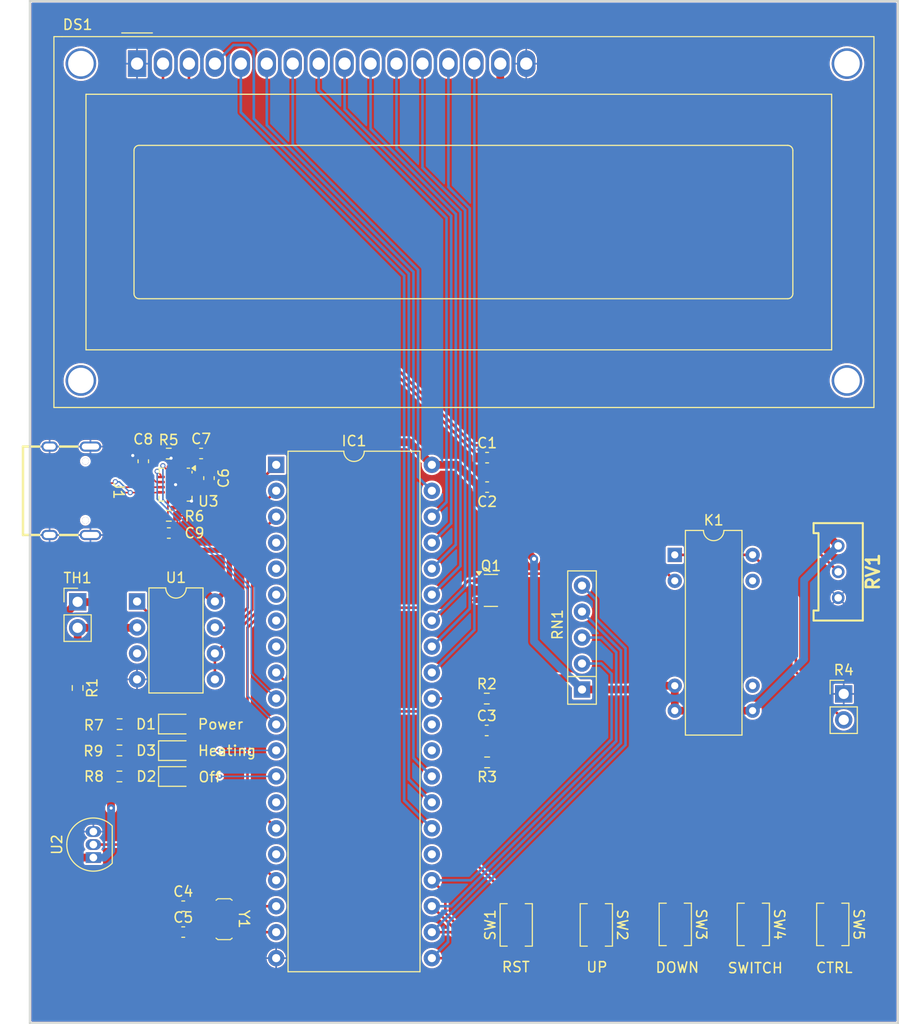
<source format=kicad_pcb>
(kicad_pcb (version 20240108) (generator "pcbnew") (generator_version "8.0")
  (layers (0 "F.Cu" signal) (31 "B.Cu" signal) (34 "B.Paste" user) (35 "F.Paste" user) (36 "B.SilkS" user "B.Silkscreen") (37 "F.SilkS" user "F.Silkscreen") (38 "B.Mask" user) (39 "F.Mask" user) (44 "Edge.Cuts" user))
  (net 0 "")
  (net 1 "VCC")
  (net 2 "GND")
  (net 3 "Net-(IC1-RST)")
  (net 4 "Net-(IC1-XTAL2)")
  (net 5 "Net-(IC1-XTAL1)")
  (net 6 "Net-(DS1-VDD)")
  (net 7 "/LCD_D7")
  (net 8 "/LCD_WR")
  (net 9 "/LCD_D2")
  (net 10 "/LCD_EN")
  (net 11 "/LCD_D4")
  (net 12 "/LCD_RS")
  (net 13 "Net-(DS1-VO)")
  (net 14 "/LCD_D5")
  (net 15 "/LCD_D1")
  (net 16 "/LCD_D6")
  (net 17 "/LCD_D0")
  (net 18 "/LCD_D3")
  (net 19 "/P1.1")
  (net 21 "/P3.5")
  (net 22 "/P1.0")
  (net 23 "Net-(IC1-~{EA})")
  (net 24 "Net-(U3-V3)")
  (net 25 "/UART1_RX")
  (net 26 "/P2.1")
  (net 29 "/P2.3")
  (net 30 "/P3.7")
  (net 31 "/P2.2")
  (net 34 "/P2.0")
  (net 36 "/P1.2")
  (net 41 "Net-(K1-Pad1)")
  (net 42 "Net-(Q1-C)")
  (net 43 "/UART1_TX")
  (net 44 "Net-(U3-UD-)")
  (net 45 "Net-(U3-UD+)")
  (net 47 "Net-(J1-CC2)")
  (net 49 "Net-(J1-CC1)")
  (net 50 "Net-(U1-ANALOG0)")
  (net 59 "Net-(D1-K)")
  (net 60 "Net-(D2-K)")
  (net 61 "Net-(D3-K)")
  (net 62 "/LED_DOWN")
  (net 63 "/LED_UP")
  (footprint "ErBW_s:BUTTON_3x4" (layer "F.Cu") (at 170.65 135.37 -90)
    (property "Reference" "SW3")
    (property "Value" "down")
  )
  (footprint "Resistor_SMD:R_0603_1608Metric" (layer "F.Cu") (at 121.0625 89.31)
    (property "Reference" "R5")
    (property "Value" "4.7K")
  )
  (footprint "ErBW_s:BUTTON_3x4" (layer "F.Cu") (at 178.29 135.37 -90)
    (property "Reference" "SW4")
    (property "Value" "switch")
  )
  (footprint "ErBW_s:Crystal_SMD_3215_FC-135_2P" (layer "F.Cu") (at 126.48 134.86 -90)
    (property "Reference" "Y1")
    (property "Value" "11.0592MHz")
  )
  (footprint "Resistor_SMD:R_0603_1608Metric" (layer "F.Cu") (at 152.23 119.52 180)
    (property "Reference" "R3")
    (property "Value" "10K")
  )
  (footprint "LED_SMD:LED_0805_2012Metric" (layer "F.Cu") (at 121.75 120.9)
    (property "Reference" "D2")
    (property "Value" "GREEN")
  )
  (footprint "Capacitor_SMD:C_0603_1608Metric" (layer "F.Cu") (at 121.07 97.0825 180)
    (property "Reference" "C9")
    (property "Value" "100nF")
  )
  (footprint "Resistor_SMD:R_0603_1608Metric" (layer "F.Cu") (at 121.0675 95.4)
    (property "Reference" "R6")
    (property "Value" "4.7K")
  )
  (footprint "ErBW_s:3296W" (layer "F.Cu") (at 186.6 100.88 -90)
    (property "Reference" "RV1")
    (property "Value" "5k" (hide yes))
  )
  (footprint "Package_TO_SOT_THT:TO-92_Inline" (layer "F.Cu") (at 113.68 128.83 90)
    (property "Reference" "U2")
    (property "Value" "DS18B20")
  )
  (footprint "LED_SMD:LED_0805_2012Metric" (layer "F.Cu") (at 121.75 118.37)
    (property "Reference" "D3")
    (property "Value" "RED")
  )
  (footprint "Resistor_SMD:R_0603_1608Metric" (layer "F.Cu") (at 116.252 115.778)
    (property "Reference" "R7")
    (property "Value" "10K")
  )
  (footprint "Package_DIP:DIP-40_W15.24mm" (layer "F.Cu") (at 131.58 90.41)
    (property "Reference" "IC1")
    (property "Value" "STC89C52rc")
  )
  (footprint "Connector_PinHeader_2.54mm:PinHeader_1x02_P2.54mm_Vertical" (layer "F.Cu") (at 112.14 103.815)
    (property "Reference" "TH1")
    (property "Value" "NTC")
  )
  (footprint "Capacitor_SMD:C_0603_1608Metric" (layer "F.Cu") (at 152.23 89.71)
    (property "Reference" "C1")
    (property "Value" "100nF")
  )
  (footprint "Capacitor_SMD:C_0603_1608Metric" (layer "F.Cu") (at 122.48 133.59)
    (property "Reference" "C4")
    (property "Value" "33pF")
  )
  (footprint "Capacitor_SMD:C_0603_1608Metric" (layer "F.Cu") (at 125 91.7125 -90)
    (property "Reference" "C6")
    (property "Value" "100nF")
  )
  (footprint "LED_SMD:LED_0805_2012Metric" (layer "F.Cu") (at 121.75 115.77)
    (property "Reference" "D1")
    (property "Value" "RED")
  )
  (footprint "Capacitor_SMD:C_0603_1608Metric" (layer "F.Cu") (at 122.48 136.12)
    (property "Reference" "C5")
    (property "Value" "33pF")
  )
  (footprint "Capacitor_SMD:C_0603_1608Metric" (layer "F.Cu") (at 124.23 89.3025)
    (property "Reference" "C7")
    (property "Value" "100nF")
  )
  (footprint "ErBW_s:BUTTON_3x4" (layer "F.Cu") (at 186.07 135.37 -90)
    (property "Reference" "SW5")
    (property "Value" "ctrl")
  )
  (footprint "Resistor_SMD:R_0603_1608Metric" (layer "F.Cu") (at 112.14 112.24 -90)
    (property "Reference" "R1")
    (property "Value" "4.7k")
  )
  (footprint "ErBW_s:BUTTON_3x4" (layer "F.Cu") (at 162.92 135.42 -90)
    (property "Reference" "SW2")
    (property "Value" "up")
  )
  (footprint "Capacitor_SMD:C_0603_1608Metric" (layer "F.Cu") (at 118.57 90.0625 90)
    (property "Reference" "C8")
    (property "Value" "100nF")
  )
  (footprint "Resistor_SMD:R_0603_1608Metric" (layer "F.Cu") (at 152.2 113.28)
    (property "Reference" "R2")
    (property "Value" "4.7k")
  )
  (footprint "Package_DFN_QFN:QFN-16-1EP_3x3mm_P0.5mm_EP1.7x1.7mm" (layer "F.Cu") (at 121.73 92.35 -90)
    (property "Reference" "U3")
    (property "Value" "CH343P")
  )
  (footprint "Resistor_SMD:R_0603_1608Metric" (layer "F.Cu") (at 116.232 118.358)
    (property "Reference" "R9")
    (property "Value" "10K")
  )
  (footprint "Package_DIP:DIP-8_W7.62mm" (layer "F.Cu") (at 117.96 103.78)
    (property "Reference" "U1")
    (property "Value" "ADC0832")
  )
  (footprint "ErBW_s:BUTTON_3x4" (layer "F.Cu") (at 155.08 135.42 90)
    (property "Reference" "SW1")
    (property "Value" "3x4")
  )
  (footprint "Resistor_SMD:R_0603_1608Metric" (layer "F.Cu") (at 116.232 120.896)
    (property "Reference" "R8")
    (property "Value" "10K")
  )
  (footprint "Capacitor_SMD:C_0603_1608Metric" (layer "F.Cu") (at 152.23 92.59 180)
    (property "Reference" "C2")
    (property "Value" "100nF")
  )
  (footprint "Resistor_THT:R_Array_SIP5" (layer "F.Cu") (at 161.52 112.390001 90)
    (property "Reference" "RN1")
    (property "Value" "R_Network04")
  )
  (footprint "Package_TO_SOT_SMD:SOT-23" (layer "F.Cu") (at 152.6 102.7)
    (property "Reference" "Q1")
    (property "Value" "S8050")
  )
  (footprint "Relay_THT:Relay_StandexMeder_DIP_LowProfile" (layer "F.Cu") (at 170.6 99.22)
    (property "Reference" "K1")
    (property "Value" "relay")
  )
  (footprint "Capacitor_SMD:C_0603_1608Metric" (layer "F.Cu") (at 152.19 116.4)
    (property "Reference" "C3")
    (property "Value" "100nF")
  )
  (footprint "ErBW_s:USB-Type-C_SMD_16P" (layer "F.Cu") (at 111.9175 92.95 -90)
    (property "Reference" "J1")
    (property "Value" "USB-Type-C")
  )
  (footprint "Connector_PinHeader_2.54mm:PinHeader_1x02_P2.54mm_Vertical" (layer "F.Cu") (at 187.14 112.82)
    (property "Reference" "R4")
    (property "Value" "Heater")
  )
  (footprint "Display:WC1602A" (layer "F.Cu") (at 117.96 51.1625)
    (property "Reference" "DS1")
    (property "Value" "WC1602A")
  )
  (gr_rect (start 107.46 45.04) (end 192.46 145.04) (stroke (width 0.2)) (fill none) (layer "Edge.Cuts"))
  (gr_text "Heating" (at 123.832 118.968 0) (layer "F.SilkS") (effects (font (size 1 1)) (justify left bottom)))
  (gr_text "RST" (at 155.04 139.54 0) (layer "F.SilkS") (effects (font (size 1 1))))
  (gr_text "UP" (at 161.86 140.14 0) (layer "F.SilkS") (effects (font (size 1 1)) (justify left bottom)))
  (gr_text "DOWN" (at 168.63 140.17 0) (layer "F.SilkS") (effects (font (size 1 1)) (justify left bottom)))
  (gr_text "SWITCH" (at 175.69 140.23 0) (layer "F.SilkS") (effects (font (size 1 1)) (justify left bottom)))
  (gr_text "CTRL" (at 184.33 140.2 0) (layer "F.SilkS") (effects (font (size 1 1)) (justify left bottom)))
  (gr_text "Off" (at 123.88 121.54 0) (layer "F.SilkS") (effects (font (size 1 1)) (justify left bottom)))
  (gr_text "Power" (at 123.822 116.378 0) (layer "F.SilkS") (effects (font (size 1 1)) (justify left bottom)))
  (segment (start 112.165 103.84) (end 114.35 103.84) (width 0.762) (layer "F.Cu") (net 1))
  (segment (start 127 99.29) (end 127 102.36) (width 0.508) (layer "F.Cu") (net 1))
  (segment (start 149.275 90.41) (end 151.445 92.58) (width 0.762) (layer "F.Cu") (net 1))
  (segment (start 122.48 90.8875) (end 122.7913 91.1988) (width 0.1524) (layer "F.Cu") (net 1))
  (segment (start 109.69 106.265) (end 109.69 127.48) (width 0.762) (layer "F.Cu") (net 1))
  (segment (start 151.445 94.235) (end 156.82 99.61) (width 0.762) (layer "F.Cu") (net 1))
  (segment (start 115.407 123.977) (end 115.42 123.99) (width 0.762) (layer "F.Cu") (net 1))
  (segment (start 146.82 90.41) (end 149.275 90.41) (width 0.762) (layer "F.Cu") (net 1))
  (segment (start 121.9825 98.77) (end 126.48 98.77) (width 0.508) (layer "F.Cu") (net 1))
  (segment (start 154.016 118.559) (end 153.055 119.52) (width 0.762) (layer "F.Cu") (net 1))
  (segment (start 131.028 88.2) (end 128.2905 90.9375) (width 0.762) (layer "F.Cu") (net 1))
  (segment (start 123.455 89.3025) (end 123.455 89.3925) (width 0.762) (layer "F.Cu") (net 1))
  (segment (start 146.82 90.41) (end 144.61 88.2) (width 0.762) (layer "F.Cu") (net 1))
  (segment (start 122.5335 88.381) (end 117.456698 88.381) (width 0.508) (layer "F.Cu") (net 1))
  (segment (start 124.7387 91.1988) (end 125 90.9375) (width 0.1524) (layer "F.Cu") (net 1))
  (segment (start 121.756201 90.1988) (end 122.2088 90.1988) (width 0.1524) (layer "F.Cu") (net 1))
  (segment (start 123.41 101.64) (end 125.58 103.81) (width 0.762) (layer "F.Cu") (net 1))
  (segment (start 121.48 90.8875) (end 121.48 90.475001) (width 0.1524) (layer "F.Cu") (net 1))
  (segment (start 113.633302 95.396) (end 114.4375 95.396) (width 0.508) (layer "F.Cu") (net 1))
  (segment (start 122.2088 90.1988) (end 122.48 90.47) (width 0.1524) (layer "F.Cu") (net 1))
  (segment (start 128.2905 90.9375) (end 125 90.9375) (width 0.762) (layer "F.Cu") (net 1))
  (segment (start 153.025 113.28) (end 153.025 112.655) (width 0.762) (layer "F.Cu") (net 1))
  (segment (start 112.8811 94.643798) (end 113.633302 95.396) (width 0.508) (layer "F.Cu") (net 1))
  (segment (start 113.555172 90.504) (end 112.8811 91.178072) (width 0.508) (layer "F.Cu") (net 1))
  (segment (start 166.289999 112.390001) (end 166.66 112.02) (width 0.762) (layer "F.Cu") (net 1))
  (segment (start 109.69 127.48) (end 111.04 128.83) (width 0.762) (layer "F.Cu") (net 1))
  (segment (start 122.7913 91.1988) (end 124.7387 91.1988) (width 0.1524) (layer "F.Cu") (net 1))
  (segment (start 170.6 114.46) (end 178.22 114.46) (width 0.762) (layer "F.Cu") (net 1))
  (segment (start 170.6 112.02) (end 170.6 114.46) (width 0.762) (layer "F.Cu") (net 1))
  (segment (start 120.98 93.8125) (end 120.98 96.3975) (width 0.1524) (layer "F.Cu") (net 1))
  (segment (start 123.455 89.3025) (end 122.5335 88.381) (width 0.508) (layer "F.Cu") (net 1))
  (segment (start 115.333698 90.504) (end 113.555172 90.504) (width 0.508) (layer "F.Cu") (net 1))
  (segment (start 115.427 120.876) (end 115.407 120.896) (width 0.762) (layer "F.Cu") (net 1))
  (segment (start 161.52 112.390001) (end 166.289999 112.390001) (width 0.762) (layer "F.Cu") (net 1))
  (segment (start 166.66 112.02) (end 170.6 112.02) (width 0.762) (layer "F.Cu") (net 1))
  (segment (start 112.8811 91.178072) (end 112.8811 94.643798) (width 0.508) (layer "F.Cu") (net 1))
  (segment (start 122.48 90.47) (end 122.48 90.8875) (width 0.1524) (layer "F.Cu") (net 1))
  (segment (start 117.456698 88.381) (end 115.333698 90.504) (width 0.508) (layer "F.Cu") (net 1))
  (segment (start 151.445 92.58) (end 151.445 94.235) (width 0.762) (layer "F.Cu") (net 1))
  (segment (start 153.025 113.28) (end 154.016 114.271) (width 0.762) (layer "F.Cu") (net 1))
  (segment (start 123.46 89.3075) (end 123.455 89.3025) (width 0.1524) (layer "F.Cu") (net 1))
  (segment (start 126.48 98.77) (end 127 99.29) (width 0.508) (layer "F.Cu") (net 1))
  (segment (start 120.295 97.0825) (end 118.5165 95.304) (width 0.508) (layer "F.Cu") (net 1))
  (segment (start 153.025 112.655) (end 154.39 111.29) (width 0.762) (layer "F.Cu") (net 1))
  (segment (start 153.52 65.26) (end 186.6 98.34) (width 0.762) (layer "F.Cu") (net 1))
  (segment (start 160.419999 111.29) (end 161.52 112.390001) (width 0.762) (layer "F.Cu") (net 1))
  (segment (start 118.5165 95.304) (end 114.5415 95.304) (width 0.508) (layer "F.Cu") (net 1))
  (segment (start 112.14 103.815) (end 109.69 106.265) (width 0.762) (layer "F.Cu") (net 1))
  (segment (start 115.427 115.778) (end 115.427 120.876) (width 0.762) (layer "F.Cu") (net 1))
  (segment (start 120.98 96.3975) (end 120.295 97.0825) (width 0.1524) (layer "F.Cu") (net 1))
  (segment (start 120.295 97.0825) (end 121.9825 98.77) (width 0.508) (layer "F.Cu") (net 1))
  (segment (start 123.455 89.3925) (end 125 90.9375) (width 0.762) (layer "F.Cu") (net 1))
  (segment (start 154.39 111.29) (end 160.419999 111.29) (width 0.762) (layer "F.Cu") (net 1))
  (segment (start 116.55 101.64) (end 123.41 101.64) (width 0.762) (layer "F.Cu") (net 1))
  (segment (start 153.52 51.1625) (end 153.52 65.26) (width 0.762) (layer "F.Cu") (net 1))
  (segment (start 154.016 114.271) (end 154.016 118.559) (width 0.762) (layer "F.Cu") (net 1))
  (segment (start 127 102.36) (end 125.58 103.78) (width 0.508) (layer "F.Cu") (net 1))
  (segment (start 144.61 88.2) (end 131.028 88.2) (width 0.762) (layer "F.Cu") (net 1))
  (segment (start 111.04 128.83) (end 113.68 128.83) (width 0.762) (layer "F.Cu") (net 1))
  (segment (start 114.35 103.84) (end 116.55 101.64) (width 0.762) (layer "F.Cu") (net 1))
  (segment (start 121.48 90.475001) (end 121.756201 90.1988) (width 0.1524) (layer "F.Cu") (net 1))
  (segment (start 115.407 120.896) (end 115.407 123.977) (width 0.762) (layer "F.Cu") (net 1))
  (via (at 115.42 123.99) (size 0.508) (drill 0.3048) (layers "F.Cu" "B.Cu") (net 1))
  (via (at 156.82 99.61) (size 0.8) (drill 0.4) (layers "F.Cu" "B.Cu") (net 1))
  (segment (start 156.82 99.61) (end 156.82 107.690001) (width 0.762) (layer "B.Cu") (net 1))
  (segment (start 115.42 128.14) (end 114.73 128.83) (width 0.762) (layer "B.Cu") (net 1))
  (segment (start 178.22 114.46) (end 183.26 109.42) (width 0.762) (layer "B.Cu") (net 1))
  (segment (start 115.42 123.99) (end 115.42 128.14) (width 0.762) (layer "B.Cu") (net 1))
  (segment (start 156.82 107.690001) (end 161.52 112.390001) (width 0.762) (layer "B.Cu") (net 1))
  (segment (start 183.26 101.68) (end 186.6 98.34) (width 0.762) (layer "B.Cu") (net 1))
  (segment (start 114.73 128.83) (end 113.68 128.83) (width 0.762) (layer "B.Cu") (net 1))
  (segment (start 183.26 109.42) (end 183.26 101.68) (width 0.762) (layer "B.Cu") (net 1))
  (via (at 123.29 93.96) (size 0.508) (drill 0.3048) (layers "F.Cu" "B.Cu") (net 2))
  (via (at 117.54 89.5) (size 0.508) (drill 0.3048) (layers "F.Cu" "B.Cu") (net 2))
  (via (at 121.73 92.35) (size 0.508) (drill 0.3048) (layers "F.Cu" "B.Cu") (net 2))
  (via (at 121.29 89.76) (size 0.508) (drill 0.3048) (layers "F.Cu" "B.Cu") (net 2))
  (segment (start 151.435 119.49) (end 151.405 119.52) (width 0.254) (layer "F.Cu") (net 3))
  (segment (start 151.405 119.52) (end 151.405 129.71) (width 0.254) (layer "F.Cu") (net 3))
  (segment (start 131.58 110.73) (end 135.38 114.53) (width 0.254) (layer "F.Cu") (net 3))
  (segment (start 135.38 114.53) (end 149.565 114.53) (width 0.254) (layer "F.Cu") (net 3))
  (segment (start 151.435 116.4) (end 151.435 119.49) (width 0.254) (layer "F.Cu") (net 3))
  (segment (start 151.405 129.71) (end 155.08 133.385) (width 0.254) (layer "F.Cu") (net 3))
  (segment (start 149.565 114.53) (end 151.435 116.4) (width 0.254) (layer "F.Cu") (net 3))
  (segment (start 123.255 133.610001) (end 126.48 133.610001) (width 0.254) (layer "F.Cu") (net 4))
  (segment (start 126.500001 133.59) (end 126.48 133.610001) (width 0.254) (layer "F.Cu") (net 4))
  (segment (start 131.58 133.59) (end 126.500001 133.59) (width 0.254) (layer "F.Cu") (net 4))
  (segment (start 126.500001 136.13) (end 126.48 136.109999) (width 0.254) (layer "F.Cu") (net 5))
  (segment (start 123.255002 136.109999) (end 123.255 136.110001) (width 0.254) (layer "F.Cu") (net 5))
  (segment (start 131.58 136.13) (end 126.500001 136.13) (width 0.254) (layer "F.Cu") (net 5))
  (segment (start 126.48 136.109999) (end 123.255002 136.109999) (width 0.254) (layer "F.Cu") (net 5))
  (segment (start 120.5 51.1625) (end 120.5 58.735) (width 0.254) (layer "F.Cu") (net 6))
  (segment (start 120.5 58.735) (end 151.445 89.68) (width 0.254) (layer "F.Cu") (net 6))
  (segment (start 150.98 106.57) (end 146.82 110.73) (width 0.254) (layer "B.Cu") (net 7))
  (segment (start 150.98 51.1625) (end 150.98 106.57) (width 0.254) (layer "B.Cu") (net 7))
  (segment (start 128.12 55.92) (end 144.108 71.908) (width 0.254) (layer "B.Cu") (net 8))
  (segment (start 128.12 51.1625) (end 128.12 55.92) (width 0.254) (layer "B.Cu") (net 8))
  (segment (start 144.108 71.908) (end 144.108 123.258) (width 0.254) (layer "B.Cu") (net 8))
  (segment (start 144.108 123.258) (end 146.82 125.97) (width 0.254) (layer "B.Cu") (net 8))
  (segment (start 138.28 51.1625) (end 138.28 55.642052) (width 0.254) (layer "B.Cu") (net 9))
  (segment (start 148.71 96.14) (end 146.82 98.03) (width 0.254) (layer "B.Cu") (net 9))
  (segment (start 148.71 66.072052) (end 148.71 96.14) (width 0.254) (layer "B.Cu") (net 9))
  (segment (start 138.28 55.642052) (end 148.71 66.072052) (width 0.254) (layer "B.Cu") (net 9))
  (segment (start 130.66 57.175896) (end 144.750052 71.265948) (width 0.254) (layer "B.Cu") (net 10))
  (segment (start 145.016 71.531895) (end 145.016 119.086) (width 0.254) (layer "B.Cu") (net 10))
  (segment (start 144.750053 71.265948) (end 145.016 71.531895) (width 0.254) (layer "B.Cu") (net 10))
  (segment (start 144.750052 71.265948) (end 144.750053 71.265948) (width 0.254) (layer "B.Cu") (net 10))
  (segment (start 145.016 119.086) (end 146.82 120.89) (width 0.254) (layer "B.Cu") (net 10))
  (segment (start 130.66 51.1625) (end 130.66 57.175896) (width 0.254) (layer "B.Cu") (net 10))
  (segment (start 143.36 51.1625) (end 143.36 59.437948) (width 0.254) (layer "B.Cu") (net 11))
  (segment (start 149.618 100.312) (end 146.82 103.11) (width 0.254) (layer "B.Cu") (net 11))
  (segment (start 149.618 65.695948) (end 149.618 100.312) (width 0.254) (layer "B.Cu") (net 11))
  (segment (start 143.36 59.437948) (end 149.618 65.695948) (width 0.254) (layer "B.Cu") (net 11))
  (segment (start 129.39 49.88) (end 129.39 56.547948) (width 0.254) (layer "B.Cu") (net 12))
  (segment (start 125.58 51.1625) (end 127.3925 49.35) (width 0.254) (layer "B.Cu") (net 12))
  (segment (start 144.562 121.172) (end 146.82 123.43) (width 0.254) (layer "B.Cu") (net 12))
  (segment (start 127.3925 49.35) (end 128.86 49.35) (width 0.254) (layer "B.Cu") (net 12))
  (segment (start 144.562 71.719948) (end 144.562 121.172) (width 0.254) (layer "B.Cu") (net 12))
  (segment (start 129.39 56.547948) (end 144.562 71.719948) (width 0.254) (layer "B.Cu") (net 12))
  (segment (start 128.86 49.35) (end 129.39 49.88) (width 0.254) (layer "B.Cu") (net 12))
  (segment (start 174.22 88.5) (end 150.907052 88.5) (width 0.254) (layer "F.Cu") (net 13))
  (segment (start 123.04 60.632948) (end 123.04 51.1625) (width 0.254) (layer "F.Cu") (net 13))
  (segment (start 150.907052 88.5) (end 123.04 60.632948) (width 0.254) (layer "F.Cu") (net 13))
  (segment (start 186.6 100.88) (end 174.22 88.5) (width 0.254) (layer "F.Cu") (net 13))
  (segment (start 150.072 65.507895) (end 149.806053 65.241948) (width 0.254) (layer "B.Cu") (net 14))
  (segment (start 145.9 61.335896) (end 145.9 51.1625) (width 0.254) (layer "B.Cu") (net 14))
  (segment (start 149.806053 65.241948) (end 149.806052 65.241948) (width 0.254) (layer "B.Cu") (net 14))
  (segment (start 146.82 105.65) (end 150.072 102.398) (width 0.254) (layer "B.Cu") (net 14))
  (segment (start 150.072 102.398) (end 150.072 65.507895) (width 0.254) (layer "B.Cu") (net 14))
  (segment (start 149.806052 65.241948) (end 145.9 61.335896) (width 0.254) (layer "B.Cu") (net 14))
  (segment (start 135.74 53.744104) (end 148.256 66.260104) (width 0.254) (layer "B.Cu") (net 15))
  (segment (start 135.74 51.1625) (end 135.74 53.744104) (width 0.254) (layer "B.Cu") (net 15))
  (segment (start 148.256 66.260104) (end 148.256 94.054) (width 0.254) (layer "B.Cu") (net 15))
  (segment (start 148.256 94.054) (end 146.82 95.49) (width 0.254) (layer "B.Cu") (net 15))
  (segment (start 150.526 65.319844) (end 150.526 104.484) (width 0.254) (layer "B.Cu") (net 16))
  (segment (start 148.44 51.1625) (end 148.44 63.233844) (width 0.254) (layer "B.Cu") (net 16))
  (segment (start 150.526 104.484) (end 146.82 108.19) (width 0.254) (layer "B.Cu") (net 16))
  (segment (start 148.44 63.233844) (end 150.526 65.319844) (width 0.254) (layer "B.Cu") (net 16))
  (segment (start 145.47 71.343844) (end 145.47 91.6) (width 0.254) (layer "B.Cu") (net 17))
  (segment (start 145.47 91.6) (end 146.82 92.95) (width 0.254) (layer "B.Cu") (net 17))
  (segment (start 133.2 59.073844) (end 145.47 71.343844) (width 0.254) (layer "B.Cu") (net 17))
  (segment (start 133.2 51.1625) (end 133.2 59.073844) (width 0.254) (layer "B.Cu") (net 17))
  (segment (start 140.82 57.54) (end 140.82 51.1625) (width 0.254) (layer "B.Cu") (net 18))
  (segment (start 149.164 98.226) (end 149.164 65.884) (width 0.254) (layer "B.Cu") (net 18))
  (segment (start 146.82 100.57) (end 149.164 98.226) (width 0.254) (layer "B.Cu") (net 18))
  (segment (start 149.164 65.884) (end 140.82 57.54) (width 0.254) (layer "B.Cu") (net 18))
  (segment (start 129.246 95.284) (end 129.246 104.581948) (width 0.254) (layer "F.Cu") (net 19))
  (segment (start 129.246 104.581948) (end 127.477948 106.35) (width 0.254) (layer "F.Cu") (net 19))
  (segment (start 131.58 92.95) (end 129.246 95.284) (width 0.254) (layer "F.Cu") (net 19))
  (segment (start 127.477948 106.35) (end 125.58 106.35) (width 0.254) (layer "F.Cu") (net 19))
  (segment (start 128.77 123.16) (end 131.58 125.97) (width 0.254) (layer "F.Cu") (net 21))
  (segment (start 150.39 101.75) (end 147.75 104.39) (width 0.254) (layer "F.Cu") (net 21))
  (segment (start 147.75 104.39) (end 130.722052 104.39) (width 0.254) (layer "F.Cu") (net 21))
  (segment (start 128.77 106.342052) (end 128.77 123.16) (width 0.254) (layer "F.Cu") (net 21))
  (segment (start 151.6625 101.75) (end 150.39 101.75) (width 0.254) (layer "F.Cu") (net 21))
  (segment (start 130.722052 104.39) (end 128.77 106.342052) (width 0.254) (layer "F.Cu") (net 21))
  (segment (start 128.105896 105.08) (end 119.23 105.08) (width 0.254) (layer "F.Cu") (net 22))
  (segment (start 128.792 93.198) (end 128.792 104.393896) (width 0.254) (layer "F.Cu") (net 22))
  (segment (start 119.23 105.08) (end 117.96 103.81) (width 0.254) (layer "F.Cu") (net 22))
  (segment (start 131.58 90.41) (end 128.792 93.198) (width 0.254) (layer "F.Cu") (net 22))
  (segment (start 128.792 104.393896) (end 128.105896 105.08) (width 0.254) (layer "F.Cu") (net 22))
  (segment (start 146.82 113.27) (end 151.365 113.27) (width 0.254) (layer "F.Cu") (net 23))
  (segment (start 151.365 113.27) (end 151.375 113.28) (width 0.254) (layer "F.Cu") (net 23))
  (segment (start 119.8325 92.1) (end 120.2675 92.1) (width 0.1524) (layer "F.Cu") (net 24))
  (segment (start 118.57 90.8375) (end 119.8325 92.1) (width 0.1524) (layer "F.Cu") (net 24))
  (segment (start 120.8775 90.8875) (end 120.98 90.8875) (width 0.1524) (layer "F.Cu") (net 25))
  (segment (start 120.49 90.5) (end 120.8775 90.8875) (width 0.1524) (layer "F.Cu") (net 25))
  (via (at 120.49 90.5) (size 0.508) (drill 0.3048) (layers "F.Cu" "B.Cu") (net 25))
  (segment (start 128.933568 102.2552) (end 128.933569 102.2552) (width 0.1524) (layer "B.Cu") (net 25))
  (segment (start 128.933569 102.2552) (end 129.14 102.461631) (width 0.1524) (layer "B.Cu") (net 25))
  (segment (start 120.49 93.811632) (end 128.933568 102.2552) (width 0.1524) (layer "B.Cu") (net 25))
  (segment (start 129.14 102.461631) (end 129.14 110.83) (width 0.1524) (layer "B.Cu") (net 25))
  (segment (start 129.14 110.83) (end 131.58 113.27) (width 0.1524) (layer "B.Cu") (net 25))
  (segment (start 120.49 90.5) (end 120.49 93.811632) (width 0.1524) (layer "B.Cu") (net 25))
  (segment (start 152.54 139.952053) (end 152.805947 140.218) (width 0.254) (layer "F.Cu") (net 26))
  (segment (start 171.407 140.218) (end 178.29 133.335) (width 0.254) (layer "F.Cu") (net 26))
  (segment (start 152.805947 140.218) (end 171.407 140.218) (width 0.254) (layer "F.Cu") (net 26))
  (segment (start 146.82 136.13) (end 148.717948 136.13) (width 0.254) (layer "F.Cu") (net 26))
  (segment (start 152.54 139.952052) (end 152.54 139.952053) (width 0.254) (layer "F.Cu") (net 26))
  (segment (start 148.717948 136.13) (end 152.54 139.952052) (width 0.254) (layer "F.Cu") (net 26))
  (segment (start 161.52 104.770001) (end 165.324 108.574001) (width 0.254) (layer "B.Cu") (net 26))
  (segment (start 165.324 108.574001) (end 165.324 117.626) (width 0.254) (layer "B.Cu") (net 26))
  (segment (start 165.324 117.626) (end 146.82 136.13) (width 0.254) (layer "B.Cu") (net 26))
  (segment (start 153.182052 139.31) (end 156.995 139.31) (width 0.254) (layer "F.Cu") (net 29))
  (segment (start 148.14 132.37) (end 148.14 134.267948) (width 0.254) (layer "F.Cu") (net 29))
  (segment (start 148.14 134.267948) (end 153.182052 139.31) (width 0.254) (layer "F.Cu") (net 29))
  (segment (start 156.995 139.31) (end 162.92 133.385) (width 0.254) (layer "F.Cu") (net 29))
  (segment (start 146.82 131.05) (end 148.14 132.37) (width 0.254) (layer "F.Cu") (net 29))
  (segment (start 150.615896 131.05) (end 146.82 131.05) (width 0.254) (layer "B.Cu") (net 29))
  (segment (start 164.416 110.866) (end 164.416 117.249896) (width 0.254) (layer "B.Cu") (net 29))
  (segment (start 163.400001 109.850001) (end 164.416 110.866) (width 0.254) (layer "B.Cu") (net 29))
  (segment (start 161.52 109.850001) (end 163.400001 109.850001) (width 0.254) (layer "B.Cu") (net 29))
  (segment (start 164.416 117.249896) (end 150.615896 131.05) (width 0.254) (layer "B.Cu") (net 29))
  (segment (start 128.089999 127.559999) (end 113.68 127.559999) (width 0.254) (layer "F.Cu") (net 30))
  (segment (start 131.58 131.05) (end 128.089999 127.559999) (width 0.254) (layer "F.Cu") (net 30))
  (segment (start 164.221 139.764) (end 170.65 133.335) (width 0.254) (layer "F.Cu") (net 31))
  (segment (start 146.82 133.59) (end 152.994 139.764) (width 0.254) (layer "F.Cu") (net 31))
  (segment (start 152.994 139.764) (end 164.221 139.764) (width 0.254) (layer "F.Cu") (net 31))
  (segment (start 164.87 117.437948) (end 148.717948 133.59) (width 0.254) (layer "B.Cu") (net 31))
  (segment (start 164.87 108.762053) (end 164.87 117.437948) (width 0.254) (layer "B.Cu") (net 31))
  (segment (start 148.717948 133.59) (end 146.82 133.59) (width 0.254) (layer "B.Cu") (net 31))
  (segment (start 163.417949 107.310002) (end 164.87 108.762053) (width 0.254) (layer "B.Cu") (net 31))
  (segment (start 161.52 107.310002) (end 163.417949 107.310002) (width 0.254) (layer "B.Cu") (net 31))
  (segment (start 152.612 140.672) (end 178.733 140.672) (width 0.254) (layer "F.Cu") (net 34))
  (segment (start 178.733 140.672) (end 186.07 133.335) (width 0.254) (layer "F.Cu") (net 34))
  (segment (start 150.61 138.67) (end 152.612 140.672) (width 0.254) (layer "F.Cu") (net 34))
  (segment (start 146.82 138.67) (end 150.61 138.67) (width 0.254) (layer "F.Cu") (net 34))
  (segment (start 162.91 105.5) (end 165.778 108.368) (width 0.254) (layer "B.Cu") (net 34))
  (segment (start 165.778 117.814053) (end 148.401 135.191053) (width 0.254) (layer "B.Cu") (net 34))
  (segment (start 165.778 108.368) (end 165.778 117.814053) (width 0.254) (layer "B.Cu") (net 34))
  (segment (start 148.401 137.089) (end 146.82 138.67) (width 0.254) (layer "B.Cu") (net 34))
  (segment (start 161.52 102.230001) (end 162.91 103.620001) (width 0.254) (layer "B.Cu") (net 34))
  (segment (start 148.401 135.191053) (end 148.401 137.089) (width 0.254) (layer "B.Cu") (net 34))
  (segment (start 162.91 103.620001) (end 162.91 105.5) (width 0.254) (layer "B.Cu") (net 34))
  (segment (start 131.58 95.49) (end 129.7 97.37) (width 0.254) (layer "F.Cu") (net 36))
  (segment (start 129.7 104.77) (end 125.58 108.89) (width 0.254) (layer "F.Cu") (net 36))
  (segment (start 125.58 108.89) (end 125.58 111.43) (width 0.254) (layer "F.Cu") (net 36))
  (segment (start 129.7 97.37) (end 129.7 104.77) (width 0.254) (layer "F.Cu") (net 36))
  (segment (start 170.6 99.22) (end 178.22 99.22) (width 0.254) (layer "F.Cu") (net 41))
  (segment (start 178.22 99.22) (end 182.46 103.46) (width 0.254) (layer "F.Cu") (net 41))
  (segment (start 182.46 103.46) (end 182.46 110.68) (width 0.254) (layer "F.Cu") (net 41))
  (segment (start 182.46 110.68) (end 187.14 115.36) (width 0.254) (layer "F.Cu") (net 41))
  (segment (start 153.5375 102.7) (end 155.1775 101.06) (width 0.254) (layer "F.Cu") (net 42))
  (segment (start 169.9 101.06) (end 170.6 101.76) (width 0.254) (layer "F.Cu") (net 42))
  (segment (start 155.1775 101.06) (end 169.9 101.06) (width 0.254) (layer "F.Cu") (net 42))
  (segment (start 120.2675 91.3875) (end 119.93 91.05) (width 0.1524) (layer "F.Cu") (net 43))
  (segment (start 120.2675 91.6) (end 120.2675 91.3875) (width 0.1524) (layer "F.Cu") (net 43))
  (via (at 119.93 91.05) (size 0.508) (drill 0.3048) (layers "F.Cu" "B.Cu") (net 43))
  (segment (start 119.93 93.75) (end 128.7876 102.6076) (width 0.1524) (layer "B.Cu") (net 43))
  (segment (start 128.7876 102.6076) (end 128.7876 113.0176) (width 0.1524) (layer "B.Cu") (net 43))
  (segment (start 119.93 91.05) (end 119.93 93.75) (width 0.1524) (layer "B.Cu") (net 43))
  (segment (start 128.7876 113.0176) (end 131.58 115.81) (width 0.1524) (layer "B.Cu") (net 43))
  (segment (start 120.2675 93.1) (end 120.2373 93.1302) (width 0.1524) (layer "F.Cu") (net 44))
  (segment (start 115.699815 92.2) (end 115.830015 92.0698) (width 0.1524) (layer "F.Cu") (net 44))
  (segment (start 115.2698 93.1302) (end 115.2 93.2) (width 0.1524) (layer "F.Cu") (net 44))
  (segment (start 120.2373 93.1302) (end 115.2698 93.1302) (width 0.1524) (layer "F.Cu") (net 44))
  (segment (start 114.4375 92.2) (end 115.699815 92.2) (width 0.1524) (layer "F.Cu") (net 44))
  (segment (start 115.2 93.2) (end 114.4375 93.2) (width 0.1524) (layer "F.Cu") (net 44))
  (via (at 117.29 93.1302) (size 0.508) (drill 0.3048) (layers "F.Cu" "B.Cu") (net 44))
  (via (at 115.830015 92.0698) (size 0.508) (drill 0.3048) (layers "F.Cu" "B.Cu") (net 44))
  (segment (start 115.830015 92.0698) (end 116.2296 92.0698) (width 0.1524) (layer "B.Cu") (net 44))
  (segment (start 116.2296 92.0698) (end 117.29 93.1302) (width 0.1524) (layer "B.Cu") (net 44))
  (segment (start 114.4375 92.7) (end 115.187499 92.7) (width 0.1524) (layer "F.Cu") (net 45))
  (segment (start 113.4113 92.97745) (end 113.68875 92.7) (width 0.1524) (layer "F.Cu") (net 45))
  (segment (start 113.4113 93.423799) (end 113.4113 92.97745) (width 0.1524) (layer "F.Cu") (net 45))
  (segment (start 113.68875 92.7) (end 114.4375 92.7) (width 0.1524) (layer "F.Cu") (net 45))
  (segment (start 114.4375 93.7) (end 113.687501 93.7) (width 0.1524) (layer "F.Cu") (net 45))
  (segment (start 115.287499 92.6) (end 120.2675 92.6) (width 0.1524) (layer "F.Cu") (net 45))
  (segment (start 115.187499 92.7) (end 115.287499 92.6) (width 0.1524) (layer "F.Cu") (net 45))
  (segment (start 113.687501 93.7) (end 113.4113 93.423799) (width 0.1524) (layer "F.Cu") (net 45))
  (segment (start 114.4375 94.7) (end 119.5425 94.7) (width 0.1524) (layer "F.Cu") (net 47))
  (segment (start 119.5425 94.7) (end 120.2425 95.4) (width 0.1524) (layer "F.Cu") (net 47))
  (segment (start 117.06 90.09) (end 119.4575 90.09) (width 0.1524) (layer "F.Cu") (net 49))
  (segment (start 115.45 91.7) (end 117.06 90.09) (width 0.1524) (layer "F.Cu") (net 49))
  (segment (start 114.4375 91.7) (end 115.45 91.7) (width 0.1524) (layer "F.Cu") (net 49))
  (segment (start 119.4575 90.09) (end 120.2375 89.31) (width 0.1524) (layer "F.Cu") (net 49))
  (segment (start 112.14 106.355) (end 117.955 106.355) (width 0.762) (layer "F.Cu") (net 50))
  (segment (start 117.955 106.355) (end 117.96 106.35) (width 0.762) (layer "F.Cu") (net 50))
  (segment (start 112.14 106.355) (end 112.14 111.415) (width 0.762) (layer "F.Cu") (net 50))
  (segment (start 120.8125 115.77) (end 117.085 115.77) (width 0.1524) (layer "F.Cu") (net 59))
  (segment (start 117.085 115.77) (end 117.077 115.778) (width 0.1524) (layer "F.Cu") (net 59))
  (segment (start 120.8085 120.896) (end 120.8125 120.9) (width 0.1524) (layer "F.Cu") (net 60))
  (segment (start 117.057 120.896) (end 120.8085 120.896) (width 0.1524) (layer "F.Cu") (net 60))
  (segment (start 117.057 118.358) (end 120.8005 118.358) (width 0.1524) (layer "F.Cu") (net 61))
  (segment (start 120.8005 118.358) (end 120.8125 118.37) (width 0.1524) (layer "F.Cu") (net 61))
  (segment (start 126.05 120.89) (end 125.68 120.89) (width 0.1524) (layer "F.Cu") (net 62))
  (segment (start 125.68 120.89) (end 125.67 120.9) (width 0.1524) (layer "F.Cu") (net 62))
  (segment (start 125.67 120.9) (end 122.6875 120.9) (width 0.1524) (layer "F.Cu") (net 62))
  (via (at 126.05 120.89) (size 0.4572) (drill 0.2032) (layers "F.Cu" "B.Cu") (net 62))
  (segment (start 131.58 120.89) (end 126.05 120.89) (width 0.1524) (layer "B.Cu") (net 62))
  (segment (start 126.03 118.37) (end 122.6875 118.37) (width 0.1524) (layer "F.Cu") (net 63))
  (segment (start 126.05 118.35) (end 126.03 118.37) (width 0.1524) (layer "F.Cu") (net 63))
  (via (at 126.05 118.35) (size 0.4572) (drill 0.2032) (layers "F.Cu" "B.Cu") (net 63))
  (segment (start 131.58 118.35) (end 126.05 118.35) (width 0.1524) (layer "B.Cu") (net 63))
  (zone (net 2) (net_name "GND") (layers "F&B.Cu") (connect_pads (clearance 0.1524)) (min_thickness 0.1524) (fill yes (thermal_gap 0.1524) (thermal_bridge_width 0.1524) (smoothing fillet) (radius 0.127))
    (polygon (pts (xy 107.45 45.05) (xy 192.48 45.03) (xy 192.46 145.04) (xy 107.46 145.03)))
  )
)
</source>
